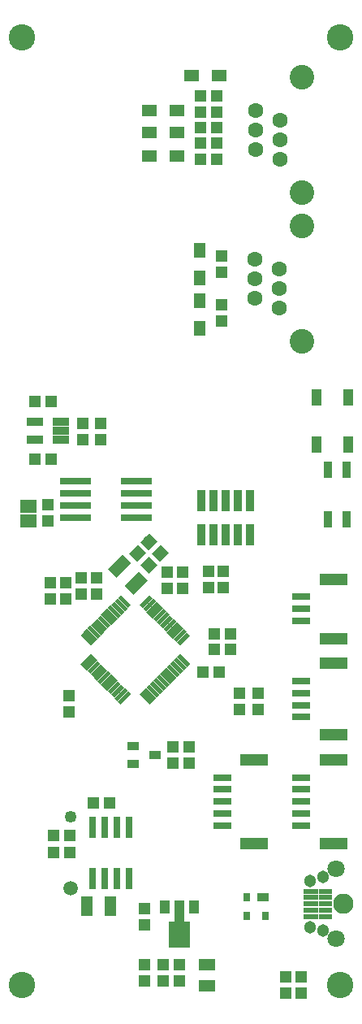
<source format=gbr>
G04 #@! TF.GenerationSoftware,KiCad,Pcbnew,5.0.0-fee4fd1~66~ubuntu16.04.1*
G04 #@! TF.CreationDate,2018-09-07T15:40:31-07:00*
G04 #@! TF.ProjectId,fk-weather,666B2D776561746865722E6B69636164,0.1*
G04 #@! TF.SameCoordinates,PX791ddc0PY791ddc0*
G04 #@! TF.FileFunction,Soldermask,Top*
G04 #@! TF.FilePolarity,Negative*
%FSLAX46Y46*%
G04 Gerber Fmt 4.6, Leading zero omitted, Abs format (unit mm)*
G04 Created by KiCad (PCBNEW 5.0.0-fee4fd1~66~ubuntu16.04.1) date Fri Sep  7 15:40:31 2018*
%MOMM*%
%LPD*%
G01*
G04 APERTURE LIST*
%ADD10R,1.803400X1.371600*%
%ADD11C,2.103200*%
%ADD12C,1.803200*%
%ADD13C,1.303200*%
%ADD14R,1.553200X0.603200*%
%ADD15R,1.453200X0.603200*%
%ADD16R,1.903200X0.803200*%
%ADD17R,3.003200X1.203200*%
%ADD18C,1.203200*%
%ADD19C,0.100000*%
%ADD20R,1.203200X1.303200*%
%ADD21R,1.303200X1.203200*%
%ADD22R,1.203200X0.903200*%
%ADD23R,0.803200X0.903200*%
%ADD24R,1.703200X1.203200*%
%ADD25R,0.953200X2.303200*%
%ADD26R,1.253200X0.853200*%
%ADD27C,0.453200*%
%ADD28R,1.003200X1.403200*%
%ADD29R,1.003200X2.403200*%
%ADD30R,2.203200X2.703200*%
%ADD31R,1.763200X0.853200*%
%ADD32R,0.903200X1.653200*%
%ADD33C,2.743200*%
%ADD34R,1.103200X1.703200*%
%ADD35C,1.253200*%
%ADD36C,1.503200*%
%ADD37R,0.803200X2.203200*%
%ADD38R,1.303200X2.103200*%
%ADD39R,1.503200X1.153200*%
%ADD40R,1.153200X1.503200*%
%ADD41R,3.203200X0.803200*%
%ADD42C,2.563200*%
%ADD43C,1.603200*%
G04 APERTURE END LIST*
D10*
G04 #@! TO.C,J5*
X-39535100Y-21297900D03*
X-39535100Y-22821900D03*
G04 #@! TD*
D11*
G04 #@! TO.C,J1*
X-6736000Y-62738000D03*
D12*
X-7511000Y-59113000D03*
X-7511000Y-66363000D03*
D13*
X-10161000Y-60313000D03*
X-10161000Y-65163000D03*
D14*
X-10086000Y-61438000D03*
X-10086000Y-62088000D03*
X-10086000Y-62738000D03*
X-10086000Y-63388000D03*
X-10086000Y-64038000D03*
D13*
X-8836000Y-65538000D03*
X-8836000Y-59938000D03*
D15*
X-8586000Y-61438000D03*
X-8586000Y-62088000D03*
X-8586000Y-62738000D03*
X-8586000Y-63388000D03*
X-8586000Y-64038000D03*
G04 #@! TD*
D16*
G04 #@! TO.C,J2*
X-11094000Y-49570000D03*
X-11094000Y-50820000D03*
X-11094000Y-52070000D03*
X-11094000Y-53320000D03*
X-11094000Y-54570000D03*
D17*
X-7744000Y-47720000D03*
X-7744000Y-56420000D03*
G04 #@! TD*
D16*
G04 #@! TO.C,J4*
X-11094000Y-39527000D03*
X-11094000Y-40777000D03*
X-11094000Y-42027000D03*
X-11094000Y-43277000D03*
D17*
X-7744000Y-37677000D03*
X-7744000Y-45127000D03*
G04 #@! TD*
D18*
G04 #@! TO.C,C1*
X-27008759Y-25002159D03*
D19*
G36*
X-26973404Y-24116013D02*
X-26122613Y-24966804D01*
X-27044114Y-25888305D01*
X-27894905Y-25037514D01*
X-26973404Y-24116013D01*
X-26973404Y-24116013D01*
G37*
D18*
X-28210841Y-26204241D03*
D19*
G36*
X-28175486Y-25318095D02*
X-27324695Y-26168886D01*
X-28246196Y-27090387D01*
X-29096987Y-26239596D01*
X-28175486Y-25318095D01*
X-28175486Y-25318095D01*
G37*
G04 #@! TD*
D18*
G04 #@! TO.C,C2*
X-25814959Y-26221359D03*
D19*
G36*
X-25779604Y-25335213D02*
X-24928813Y-26186004D01*
X-25850314Y-27107505D01*
X-26701105Y-26256714D01*
X-25779604Y-25335213D01*
X-25779604Y-25335213D01*
G37*
D18*
X-27017041Y-27423441D03*
D19*
G36*
X-26981686Y-26537295D02*
X-26130895Y-27388086D01*
X-27052396Y-28309587D01*
X-27903187Y-27458796D01*
X-26981686Y-26537295D01*
X-26981686Y-26537295D01*
G37*
G04 #@! TD*
D20*
G04 #@! TO.C,C3*
X-25082500Y-29869500D03*
X-25082500Y-28169500D03*
G04 #@! TD*
G04 #@! TO.C,C4*
X-35648900Y-31002300D03*
X-35648900Y-29302300D03*
G04 #@! TD*
G04 #@! TO.C,C5*
X-23469600Y-29882200D03*
X-23469600Y-28182200D03*
G04 #@! TD*
G04 #@! TO.C,C6*
X-32486600Y-30491800D03*
X-32486600Y-28791800D03*
G04 #@! TD*
D21*
G04 #@! TO.C,C7*
X-21347800Y-38633400D03*
X-19647800Y-38633400D03*
G04 #@! TD*
D20*
G04 #@! TO.C,C8*
X-35306000Y-41060000D03*
X-35306000Y-42760000D03*
G04 #@! TD*
G04 #@! TO.C,C9*
X-27474992Y-70730862D03*
X-27474992Y-69030862D03*
G04 #@! TD*
G04 #@! TO.C,C10*
X-12763500Y-70358000D03*
X-12763500Y-72058000D03*
G04 #@! TD*
D21*
G04 #@! TO.C,C11*
X-23780192Y-69093462D03*
X-25480192Y-69093462D03*
G04 #@! TD*
D20*
G04 #@! TO.C,C12*
X-27441485Y-63193861D03*
X-27441485Y-64893861D03*
G04 #@! TD*
D21*
G04 #@! TO.C,C13*
X-38893083Y-16380379D03*
X-37193083Y-16380379D03*
G04 #@! TD*
D20*
G04 #@! TO.C,C14*
X-34061400Y-30491800D03*
X-34061400Y-28791800D03*
G04 #@! TD*
G04 #@! TO.C,C15*
X-32048683Y-14385579D03*
X-32048683Y-12685579D03*
G04 #@! TD*
G04 #@! TO.C,C16*
X-33877483Y-14385579D03*
X-33877483Y-12685579D03*
G04 #@! TD*
G04 #@! TO.C,C18*
X-37553900Y-21184500D03*
X-37553900Y-22884500D03*
G04 #@! TD*
D22*
G04 #@! TO.C,D4*
X-15064000Y-62008000D03*
D23*
X-16764000Y-62008000D03*
X-16764000Y-64008000D03*
X-14864000Y-64008000D03*
G04 #@! TD*
D20*
G04 #@! TO.C,D5*
X-22779984Y-48094000D03*
X-22779984Y-46394000D03*
G04 #@! TD*
D24*
G04 #@! TO.C,F1*
X-20972592Y-71298362D03*
X-20972592Y-69098362D03*
G04 #@! TD*
D25*
G04 #@! TO.C,J6*
X-16484600Y-24307800D03*
X-16484600Y-20707800D03*
X-17754600Y-24307800D03*
X-17754600Y-20707800D03*
X-19024600Y-24307800D03*
X-19024600Y-20707800D03*
X-20294600Y-24307800D03*
X-20294600Y-20707800D03*
X-21564600Y-24307800D03*
X-21564600Y-20707800D03*
G04 #@! TD*
D21*
G04 #@! TO.C,L1*
X-25480192Y-70739917D03*
X-23780192Y-70739917D03*
G04 #@! TD*
D20*
G04 #@! TO.C,L2*
X-37249100Y-31000700D03*
X-37249100Y-29300700D03*
G04 #@! TD*
D26*
G04 #@! TO.C,Q4*
X-28659730Y-46260880D03*
X-28659730Y-48160880D03*
X-26359730Y-47210880D03*
G04 #@! TD*
D20*
G04 #@! TO.C,R2*
X-20802600Y-29793300D03*
X-20802600Y-28093300D03*
G04 #@! TD*
G04 #@! TO.C,R4*
X-19215100Y-29793300D03*
X-19215100Y-28093300D03*
G04 #@! TD*
G04 #@! TO.C,R6*
X-15621000Y-42506000D03*
X-15621000Y-40806000D03*
G04 #@! TD*
G04 #@! TO.C,R7*
X-17526000Y-42506000D03*
X-17526000Y-40806000D03*
G04 #@! TD*
D21*
G04 #@! TO.C,R8*
X-20154000Y-36220400D03*
X-18454000Y-36220400D03*
G04 #@! TD*
G04 #@! TO.C,R9*
X-18454000Y-34620200D03*
X-20154000Y-34620200D03*
G04 #@! TD*
D20*
G04 #@! TO.C,R10*
X-11125200Y-70360400D03*
X-11125200Y-72060400D03*
G04 #@! TD*
D21*
G04 #@! TO.C,R11*
X-37193083Y-10414000D03*
X-38893083Y-10414000D03*
G04 #@! TD*
D20*
G04 #@! TO.C,R17*
X-24511000Y-46394000D03*
X-24511000Y-48094000D03*
G04 #@! TD*
D21*
G04 #@! TO.C,R22*
X-19929772Y14821332D03*
X-21629772Y14821332D03*
G04 #@! TD*
D20*
G04 #@! TO.C,R23*
X-19458972Y3049332D03*
X-19458972Y4749332D03*
G04 #@! TD*
D21*
G04 #@! TO.C,R30*
X-19929772Y19748932D03*
X-21629772Y19748932D03*
G04 #@! TD*
G04 #@! TO.C,R31*
X-19929772Y16497732D03*
X-21629772Y16497732D03*
G04 #@! TD*
D20*
G04 #@! TO.C,R32*
X-19458972Y-330668D03*
X-19458972Y-2030668D03*
G04 #@! TD*
D21*
G04 #@! TO.C,R33*
X-19929772Y18123332D03*
X-21629772Y18123332D03*
G04 #@! TD*
G04 #@! TO.C,R34*
X-19929772Y21476132D03*
X-21629772Y21476132D03*
G04 #@! TD*
D27*
G04 #@! TO.C,U1*
X-29553971Y-31225342D03*
D19*
G36*
X-30245663Y-30854111D02*
X-29925202Y-30533650D01*
X-28862279Y-31596573D01*
X-29182740Y-31917034D01*
X-30245663Y-30854111D01*
X-30245663Y-30854111D01*
G37*
D27*
X-29907524Y-31578895D03*
D19*
G36*
X-30599216Y-31207664D02*
X-30278755Y-30887203D01*
X-29215832Y-31950126D01*
X-29536293Y-32270587D01*
X-30599216Y-31207664D01*
X-30599216Y-31207664D01*
G37*
D27*
X-30261078Y-31932449D03*
D19*
G36*
X-30952770Y-31561218D02*
X-30632309Y-31240757D01*
X-29569386Y-32303680D01*
X-29889847Y-32624141D01*
X-30952770Y-31561218D01*
X-30952770Y-31561218D01*
G37*
D27*
X-30614631Y-32286002D03*
D19*
G36*
X-31306323Y-31914771D02*
X-30985862Y-31594310D01*
X-29922939Y-32657233D01*
X-30243400Y-32977694D01*
X-31306323Y-31914771D01*
X-31306323Y-31914771D01*
G37*
D27*
X-30968184Y-32639555D03*
D19*
G36*
X-31659876Y-32268324D02*
X-31339415Y-31947863D01*
X-30276492Y-33010786D01*
X-30596953Y-33331247D01*
X-31659876Y-32268324D01*
X-31659876Y-32268324D01*
G37*
D27*
X-31321738Y-32993109D03*
D19*
G36*
X-32013430Y-32621878D02*
X-31692969Y-32301417D01*
X-30630046Y-33364340D01*
X-30950507Y-33684801D01*
X-32013430Y-32621878D01*
X-32013430Y-32621878D01*
G37*
D27*
X-31675291Y-33346662D03*
D19*
G36*
X-32366983Y-32975431D02*
X-32046522Y-32654970D01*
X-30983599Y-33717893D01*
X-31304060Y-34038354D01*
X-32366983Y-32975431D01*
X-32366983Y-32975431D01*
G37*
D27*
X-32028845Y-33700216D03*
D19*
G36*
X-32720537Y-33328985D02*
X-32400076Y-33008524D01*
X-31337153Y-34071447D01*
X-31657614Y-34391908D01*
X-32720537Y-33328985D01*
X-32720537Y-33328985D01*
G37*
D27*
X-32382398Y-34053769D03*
D19*
G36*
X-33074090Y-33682538D02*
X-32753629Y-33362077D01*
X-31690706Y-34425000D01*
X-32011167Y-34745461D01*
X-33074090Y-33682538D01*
X-33074090Y-33682538D01*
G37*
D27*
X-32735951Y-34407322D03*
D19*
G36*
X-33427643Y-34036091D02*
X-33107182Y-33715630D01*
X-32044259Y-34778553D01*
X-32364720Y-35099014D01*
X-33427643Y-34036091D01*
X-33427643Y-34036091D01*
G37*
D27*
X-33089505Y-34760876D03*
D19*
G36*
X-33781197Y-34389645D02*
X-33460736Y-34069184D01*
X-32397813Y-35132107D01*
X-32718274Y-35452568D01*
X-33781197Y-34389645D01*
X-33781197Y-34389645D01*
G37*
D27*
X-33443058Y-35114429D03*
D19*
G36*
X-34134750Y-34743198D02*
X-33814289Y-34422737D01*
X-32751366Y-35485660D01*
X-33071827Y-35806121D01*
X-34134750Y-34743198D01*
X-34134750Y-34743198D01*
G37*
D27*
X-33443058Y-37377171D03*
D19*
G36*
X-33814289Y-38068863D02*
X-34134750Y-37748402D01*
X-33071827Y-36685479D01*
X-32751366Y-37005940D01*
X-33814289Y-38068863D01*
X-33814289Y-38068863D01*
G37*
D27*
X-33089505Y-37730724D03*
D19*
G36*
X-33460736Y-38422416D02*
X-33781197Y-38101955D01*
X-32718274Y-37039032D01*
X-32397813Y-37359493D01*
X-33460736Y-38422416D01*
X-33460736Y-38422416D01*
G37*
D27*
X-32735951Y-38084278D03*
D19*
G36*
X-33107182Y-38775970D02*
X-33427643Y-38455509D01*
X-32364720Y-37392586D01*
X-32044259Y-37713047D01*
X-33107182Y-38775970D01*
X-33107182Y-38775970D01*
G37*
D27*
X-32382398Y-38437831D03*
D19*
G36*
X-32753629Y-39129523D02*
X-33074090Y-38809062D01*
X-32011167Y-37746139D01*
X-31690706Y-38066600D01*
X-32753629Y-39129523D01*
X-32753629Y-39129523D01*
G37*
D27*
X-32028845Y-38791384D03*
D19*
G36*
X-32400076Y-39483076D02*
X-32720537Y-39162615D01*
X-31657614Y-38099692D01*
X-31337153Y-38420153D01*
X-32400076Y-39483076D01*
X-32400076Y-39483076D01*
G37*
D27*
X-31675291Y-39144938D03*
D19*
G36*
X-32046522Y-39836630D02*
X-32366983Y-39516169D01*
X-31304060Y-38453246D01*
X-30983599Y-38773707D01*
X-32046522Y-39836630D01*
X-32046522Y-39836630D01*
G37*
D27*
X-31321738Y-39498491D03*
D19*
G36*
X-31692969Y-40190183D02*
X-32013430Y-39869722D01*
X-30950507Y-38806799D01*
X-30630046Y-39127260D01*
X-31692969Y-40190183D01*
X-31692969Y-40190183D01*
G37*
D27*
X-30968184Y-39852045D03*
D19*
G36*
X-31339415Y-40543737D02*
X-31659876Y-40223276D01*
X-30596953Y-39160353D01*
X-30276492Y-39480814D01*
X-31339415Y-40543737D01*
X-31339415Y-40543737D01*
G37*
D27*
X-30614631Y-40205598D03*
D19*
G36*
X-30985862Y-40897290D02*
X-31306323Y-40576829D01*
X-30243400Y-39513906D01*
X-29922939Y-39834367D01*
X-30985862Y-40897290D01*
X-30985862Y-40897290D01*
G37*
D27*
X-30261078Y-40559151D03*
D19*
G36*
X-30632309Y-41250843D02*
X-30952770Y-40930382D01*
X-29889847Y-39867459D01*
X-29569386Y-40187920D01*
X-30632309Y-41250843D01*
X-30632309Y-41250843D01*
G37*
D27*
X-29907524Y-40912705D03*
D19*
G36*
X-30278755Y-41604397D02*
X-30599216Y-41283936D01*
X-29536293Y-40221013D01*
X-29215832Y-40541474D01*
X-30278755Y-41604397D01*
X-30278755Y-41604397D01*
G37*
D27*
X-29553971Y-41266258D03*
D19*
G36*
X-29925202Y-41957950D02*
X-30245663Y-41637489D01*
X-29182740Y-40574566D01*
X-28862279Y-40895027D01*
X-29925202Y-41957950D01*
X-29925202Y-41957950D01*
G37*
D27*
X-27291229Y-41266258D03*
D19*
G36*
X-27982921Y-40895027D02*
X-27662460Y-40574566D01*
X-26599537Y-41637489D01*
X-26919998Y-41957950D01*
X-27982921Y-40895027D01*
X-27982921Y-40895027D01*
G37*
D27*
X-26937676Y-40912705D03*
D19*
G36*
X-27629368Y-40541474D02*
X-27308907Y-40221013D01*
X-26245984Y-41283936D01*
X-26566445Y-41604397D01*
X-27629368Y-40541474D01*
X-27629368Y-40541474D01*
G37*
D27*
X-26584122Y-40559151D03*
D19*
G36*
X-27275814Y-40187920D02*
X-26955353Y-39867459D01*
X-25892430Y-40930382D01*
X-26212891Y-41250843D01*
X-27275814Y-40187920D01*
X-27275814Y-40187920D01*
G37*
D27*
X-26230569Y-40205598D03*
D19*
G36*
X-26922261Y-39834367D02*
X-26601800Y-39513906D01*
X-25538877Y-40576829D01*
X-25859338Y-40897290D01*
X-26922261Y-39834367D01*
X-26922261Y-39834367D01*
G37*
D27*
X-25877016Y-39852045D03*
D19*
G36*
X-26568708Y-39480814D02*
X-26248247Y-39160353D01*
X-25185324Y-40223276D01*
X-25505785Y-40543737D01*
X-26568708Y-39480814D01*
X-26568708Y-39480814D01*
G37*
D27*
X-25523462Y-39498491D03*
D19*
G36*
X-26215154Y-39127260D02*
X-25894693Y-38806799D01*
X-24831770Y-39869722D01*
X-25152231Y-40190183D01*
X-26215154Y-39127260D01*
X-26215154Y-39127260D01*
G37*
D27*
X-25169909Y-39144938D03*
D19*
G36*
X-25861601Y-38773707D02*
X-25541140Y-38453246D01*
X-24478217Y-39516169D01*
X-24798678Y-39836630D01*
X-25861601Y-38773707D01*
X-25861601Y-38773707D01*
G37*
D27*
X-24816355Y-38791384D03*
D19*
G36*
X-25508047Y-38420153D02*
X-25187586Y-38099692D01*
X-24124663Y-39162615D01*
X-24445124Y-39483076D01*
X-25508047Y-38420153D01*
X-25508047Y-38420153D01*
G37*
D27*
X-24462802Y-38437831D03*
D19*
G36*
X-25154494Y-38066600D02*
X-24834033Y-37746139D01*
X-23771110Y-38809062D01*
X-24091571Y-39129523D01*
X-25154494Y-38066600D01*
X-25154494Y-38066600D01*
G37*
D27*
X-24109249Y-38084278D03*
D19*
G36*
X-24800941Y-37713047D02*
X-24480480Y-37392586D01*
X-23417557Y-38455509D01*
X-23738018Y-38775970D01*
X-24800941Y-37713047D01*
X-24800941Y-37713047D01*
G37*
D27*
X-23755695Y-37730724D03*
D19*
G36*
X-24447387Y-37359493D02*
X-24126926Y-37039032D01*
X-23064003Y-38101955D01*
X-23384464Y-38422416D01*
X-24447387Y-37359493D01*
X-24447387Y-37359493D01*
G37*
D27*
X-23402142Y-37377171D03*
D19*
G36*
X-24093834Y-37005940D02*
X-23773373Y-36685479D01*
X-22710450Y-37748402D01*
X-23030911Y-38068863D01*
X-24093834Y-37005940D01*
X-24093834Y-37005940D01*
G37*
D27*
X-23402142Y-35114429D03*
D19*
G36*
X-23773373Y-35806121D02*
X-24093834Y-35485660D01*
X-23030911Y-34422737D01*
X-22710450Y-34743198D01*
X-23773373Y-35806121D01*
X-23773373Y-35806121D01*
G37*
D27*
X-23755695Y-34760876D03*
D19*
G36*
X-24126926Y-35452568D02*
X-24447387Y-35132107D01*
X-23384464Y-34069184D01*
X-23064003Y-34389645D01*
X-24126926Y-35452568D01*
X-24126926Y-35452568D01*
G37*
D27*
X-24109249Y-34407322D03*
D19*
G36*
X-24480480Y-35099014D02*
X-24800941Y-34778553D01*
X-23738018Y-33715630D01*
X-23417557Y-34036091D01*
X-24480480Y-35099014D01*
X-24480480Y-35099014D01*
G37*
D27*
X-24462802Y-34053769D03*
D19*
G36*
X-24834033Y-34745461D02*
X-25154494Y-34425000D01*
X-24091571Y-33362077D01*
X-23771110Y-33682538D01*
X-24834033Y-34745461D01*
X-24834033Y-34745461D01*
G37*
D27*
X-24816355Y-33700216D03*
D19*
G36*
X-25187586Y-34391908D02*
X-25508047Y-34071447D01*
X-24445124Y-33008524D01*
X-24124663Y-33328985D01*
X-25187586Y-34391908D01*
X-25187586Y-34391908D01*
G37*
D27*
X-25169909Y-33346662D03*
D19*
G36*
X-25541140Y-34038354D02*
X-25861601Y-33717893D01*
X-24798678Y-32654970D01*
X-24478217Y-32975431D01*
X-25541140Y-34038354D01*
X-25541140Y-34038354D01*
G37*
D27*
X-25523462Y-32993109D03*
D19*
G36*
X-25894693Y-33684801D02*
X-26215154Y-33364340D01*
X-25152231Y-32301417D01*
X-24831770Y-32621878D01*
X-25894693Y-33684801D01*
X-25894693Y-33684801D01*
G37*
D27*
X-25877016Y-32639555D03*
D19*
G36*
X-26248247Y-33331247D02*
X-26568708Y-33010786D01*
X-25505785Y-31947863D01*
X-25185324Y-32268324D01*
X-26248247Y-33331247D01*
X-26248247Y-33331247D01*
G37*
D27*
X-26230569Y-32286002D03*
D19*
G36*
X-26601800Y-32977694D02*
X-26922261Y-32657233D01*
X-25859338Y-31594310D01*
X-25538877Y-31914771D01*
X-26601800Y-32977694D01*
X-26601800Y-32977694D01*
G37*
D27*
X-26584122Y-31932449D03*
D19*
G36*
X-26955353Y-32624141D02*
X-27275814Y-32303680D01*
X-26212891Y-31240757D01*
X-25892430Y-31561218D01*
X-26955353Y-32624141D01*
X-26955353Y-32624141D01*
G37*
D27*
X-26937676Y-31578895D03*
D19*
G36*
X-27308907Y-32270587D02*
X-27629368Y-31950126D01*
X-26566445Y-30887203D01*
X-26245984Y-31207664D01*
X-27308907Y-32270587D01*
X-27308907Y-32270587D01*
G37*
D27*
X-27291229Y-31225342D03*
D19*
G36*
X-27662460Y-31917034D02*
X-27982921Y-31596573D01*
X-26919998Y-30533650D01*
X-26599537Y-30854111D01*
X-27662460Y-31917034D01*
X-27662460Y-31917034D01*
G37*
G04 #@! TD*
D28*
G04 #@! TO.C,U2*
X-22336085Y-63078661D03*
D29*
X-23836085Y-63578661D03*
D28*
X-25336085Y-63078661D03*
D30*
X-23836085Y-65928661D03*
G04 #@! TD*
D31*
G04 #@! TO.C,U3*
X-36185083Y-14383979D03*
X-36185083Y-13433979D03*
X-36185083Y-12483979D03*
X-38885083Y-12483979D03*
X-38885083Y-14383979D03*
G04 #@! TD*
D13*
G04 #@! TO.C,Y1*
X-30068483Y-27551417D03*
D19*
G36*
X-31272827Y-27834260D02*
X-29785640Y-26347073D01*
X-28864139Y-27268574D01*
X-30351326Y-28755761D01*
X-31272827Y-27834260D01*
X-31272827Y-27834260D01*
G37*
D13*
X-28300717Y-29319183D03*
D19*
G36*
X-29505061Y-29602026D02*
X-28017874Y-28114839D01*
X-27096373Y-29036340D01*
X-28583560Y-30523527D01*
X-29505061Y-29602026D01*
X-29505061Y-29602026D01*
G37*
G04 #@! TD*
D32*
G04 #@! TO.C,SW1*
X-6366000Y-22646000D03*
X-6366000Y-17486000D03*
X-8366000Y-17486000D03*
X-8366000Y-22646000D03*
G04 #@! TD*
D16*
G04 #@! TO.C,J3*
X-11094000Y-30754000D03*
X-11094000Y-32004000D03*
X-11094000Y-33254000D03*
D17*
X-7744000Y-28904000D03*
X-7744000Y-35104000D03*
G04 #@! TD*
D33*
G04 #@! TO.C,REF\002A\002A*
X-40261555Y27562917D03*
G04 #@! TD*
G04 #@! TO.C,REF\002A\002A*
X-40261555Y-71167083D03*
G04 #@! TD*
G04 #@! TO.C,REF\002A\002A*
X-7031555Y-71167083D03*
G04 #@! TD*
G04 #@! TO.C,REF\002A\002A*
X-7031555Y27562917D03*
G04 #@! TD*
D34*
G04 #@! TO.C,U5*
X-6224000Y-9996000D03*
X-9524000Y-9996000D03*
X-9524000Y-14896000D03*
X-6224000Y-14896000D03*
G04 #@! TD*
D35*
G04 #@! TO.C,BT1*
X-35179000Y-53650000D03*
D36*
X-35179000Y-61100000D03*
G04 #@! TD*
D21*
G04 #@! TO.C,C17*
X-32832436Y-52221478D03*
X-31132436Y-52221478D03*
G04 #@! TD*
G04 #@! TO.C,C19*
X-36918000Y-57404000D03*
X-35218000Y-57404000D03*
G04 #@! TD*
G04 #@! TO.C,R1*
X-35218000Y-55626000D03*
X-36918000Y-55626000D03*
G04 #@! TD*
D37*
G04 #@! TO.C,U6*
X-32871436Y-54728478D03*
X-31601436Y-54728478D03*
X-30331436Y-54728478D03*
X-29061436Y-54728478D03*
X-29061436Y-60128478D03*
X-30331436Y-60128478D03*
X-31601436Y-60128478D03*
X-32871436Y-60128478D03*
G04 #@! TD*
D38*
G04 #@! TO.C,Y2*
X-31006436Y-63016478D03*
X-33506436Y-63016478D03*
G04 #@! TD*
D39*
G04 #@! TO.C,D11*
X-24081772Y17615332D03*
X-26926572Y17615332D03*
G04 #@! TD*
G04 #@! TO.C,D10*
X-26926772Y15176932D03*
X-24081972Y15176932D03*
G04 #@! TD*
G04 #@! TO.C,D9*
X-19712972Y23558932D03*
X-22557772Y23558932D03*
G04 #@! TD*
G04 #@! TO.C,D8*
X-24081772Y19901332D03*
X-26926572Y19901332D03*
G04 #@! TD*
D40*
G04 #@! TO.C,D7*
X-21744972Y-2755468D03*
X-21744972Y89332D03*
G04 #@! TD*
G04 #@! TO.C,D6*
X-21744972Y5321732D03*
X-21744972Y2476932D03*
G04 #@! TD*
D16*
G04 #@! TO.C,J7*
X-19349000Y-49570000D03*
X-19349000Y-50820000D03*
X-19349000Y-52070000D03*
X-19349000Y-53320000D03*
X-19349000Y-54570000D03*
D17*
X-15999000Y-47720000D03*
X-15999000Y-56420000D03*
G04 #@! TD*
D41*
G04 #@! TO.C,U4*
X-28270600Y-18656300D03*
X-28270600Y-19926300D03*
X-28270600Y-21196300D03*
X-28270600Y-22466300D03*
X-34670600Y-22466300D03*
X-34670600Y-21196300D03*
X-34670600Y-19926300D03*
X-34670600Y-18656300D03*
G04 #@! TD*
D42*
G04 #@! TO.C,J10*
X-11076972Y7867332D03*
X-11076972Y-4132668D03*
D43*
X-15916972Y4417332D03*
X-13376972Y3397332D03*
X-15916972Y2377332D03*
X-13376972Y1357332D03*
X-15916972Y337332D03*
X-13376972Y-682668D03*
G04 #@! TD*
G04 #@! TO.C,J11*
X-13362972Y14817332D03*
X-15902972Y15837332D03*
X-13362972Y16857332D03*
X-15902972Y17877332D03*
X-13362972Y18897332D03*
X-15902972Y19917332D03*
D42*
X-11062972Y11367332D03*
X-11062972Y23367332D03*
G04 #@! TD*
M02*

</source>
